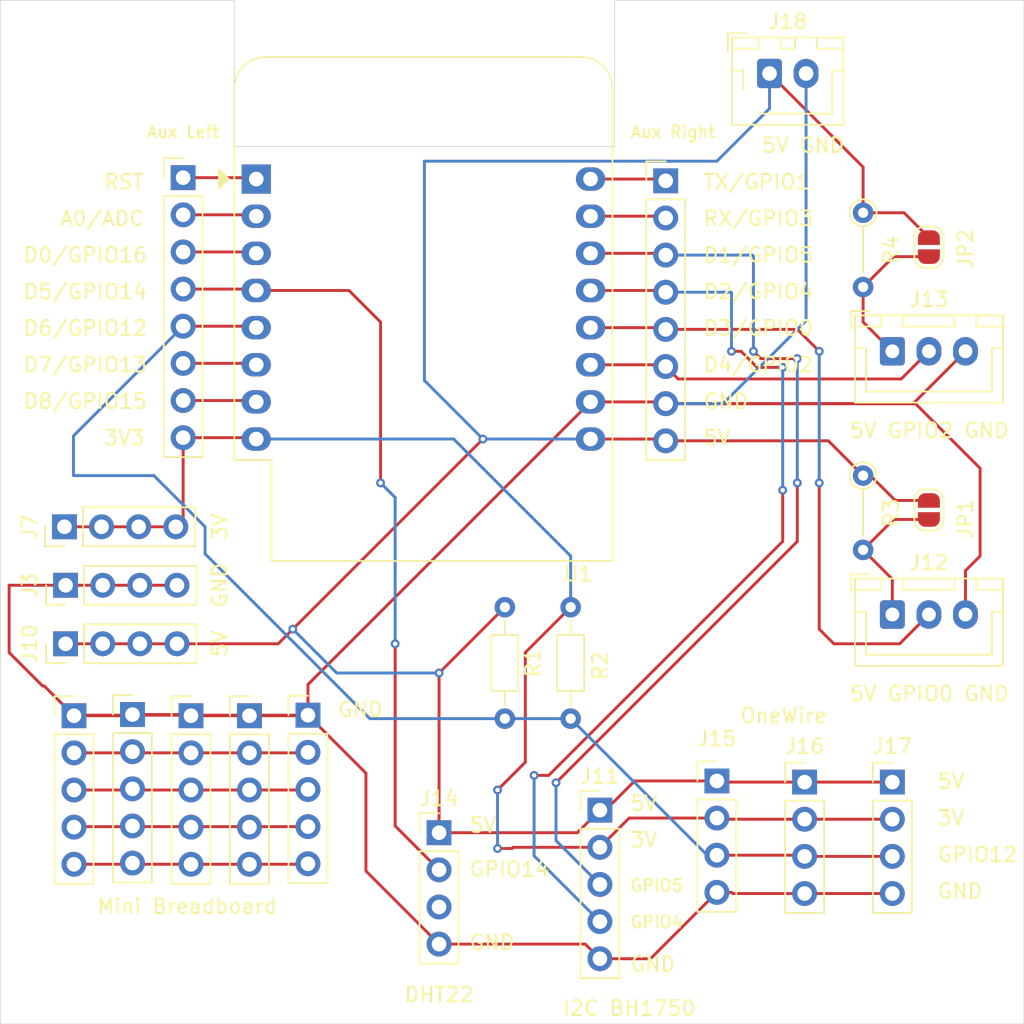
<source format=kicad_pcb>
(kicad_pcb (version 20240108) (generator "pcbnew") (generator_version "8.0")
  (layers (0 "F.Cu" signal) (31 "B.Cu" signal) (34 "B.Paste" user) (35 "F.Paste" user) (36 "B.SilkS" user "B.Silkscreen") (37 "F.SilkS" user "F.Silkscreen") (38 "B.Mask" user) (39 "F.Mask" user) (44 "Edge.Cuts" user))
  (net 0 "")
  (net 1 "GND")
  (net 2 "Net-(J8-Pin_1)")
  (net 3 "Net-(J8-Pin_2)")
  (net 4 "Net-(J8-Pin_7)")
  (net 5 "Net-(J8-Pin_6)")
  (net 6 "Net-(J8-Pin_3)")
  (net 7 "Net-(J9-Pin_2)")
  (net 8 "Net-(J9-Pin_1)")
  (net 9 "+5V")
  (net 10 "Net-(J12-Pin_1)")
  (net 11 "Net-(J13-Pin_1)")
  (net 13 "+3V3")
  (net 14 "Net-(J1-Pin_2)")
  (net 15 "Net-(J1-Pin_5)")
  (net 16 "Net-(J1-Pin_3)")
  (net 17 "Net-(J1-Pin_4)")
  (net 18 "Net-(J15-Pin_3)")
  (net 19 "Net-(J14-Pin_2)")
  (net 20 "Net-(J11-Pin_4)")
  (net 21 "Net-(J12-Pin_2)")
  (net 22 "Net-(J13-Pin_2)")
  (net 23 "Net-(J11-Pin_3)")
  (footprint "Connector_PinHeader_2.54mm:PinHeader_1x05_P2.54mm_Vertical" (layer "F.Cu") (at 53 67.38)
    (property "Reference" "J11" (at 0 -2.33 0) (layer "F.SilkS"))
    (property "Value" "I2C BH1750" (at 2 13.55 0) (layer "F.SilkS"))
    (pad "1" thru_hole rect (at 0 0) (size 1.7 1.7) (drill 1) (layers "*.Cu" "*.Mask") (net 9 "+5V"))
    (pad "2" thru_hole oval (at 0 2.54) (size 1.7 1.7) (drill 1) (layers "*.Cu" "*.Mask") (net 13 "+3V3"))
    (pad "3" thru_hole oval (at 0 5.08) (size 1.7 1.7) (drill 1) (layers "*.Cu" "*.Mask") (net 23 "Net-(J11-Pin_3)"))
    (pad "4" thru_hole oval (at 0 7.62) (size 1.7 1.7) (drill 1) (layers "*.Cu" "*.Mask") (net 20 "Net-(J11-Pin_4)"))
    (pad "5" thru_hole oval (at 0 10.16) (size 1.7 1.7) (drill 1) (layers "*.Cu" "*.Mask") (net 1 "GND"))
  )
  (footprint "Connector_JST:JST_XH_B2B-XH-AM_1x02_P2.50mm_Vertical" (layer "F.Cu") (at 64.6 17)
    (property "Reference" "J18" (at 1.25 -3.55 0) (layer "F.SilkS"))
    (property "Value" "5V Power" (hide yes))
    (pad "" np_thru_hole circle (at -1.6 2) (size 1.2 1.2) (drill 1.2) (layers "*.Cu" "*.Mask"))
    (pad "1" thru_hole roundrect (at 0 0) (size 1.7 2) (drill 1) (layers "*.Cu" "*.Mask") (roundrect_rratio 0.147059) (net 9 "+5V"))
    (pad "2" thru_hole oval (at 2.5 0) (size 1.7 2) (drill 1) (layers "*.Cu" "*.Mask") (net 1 "GND"))
  )
  (footprint "Jumper:SolderJumper-2_P1.3mm_Open_RoundedPad1.0x1.5mm" (layer "F.Cu") (at 75.5 28.875 -90)
    (property "Reference" "JP2" (at 0.125 -2.5 90) (layer "F.SilkS"))
    (property "Value" "Opt1")
    (pad "1" smd custom (at -0.65 0 270) (size 1 0.5) (layers "F.Cu" "F.Mask") (net 9 "+5V") (options (clearance outline) (anchor rect)) (primitives (gr_circle (center 0 0.25) (end 0.5 0.25) (width 0) (fill yes)) (gr_circle (center 0 -0.25) (end 0.5 -0.25) (width 0) (fill yes)) (gr_poly (pts (xy 0.5 0.75) (xy 0 0.75) (xy 0 -0.75) (xy 0.5 -0.75)) (width 0) (fill yes))))
    (pad "2" smd custom (at 0.65 0 270) (size 1 0.5) (layers "F.Cu" "F.Mask") (net 11 "Net-(J13-Pin_1)") (options (clearance outline) (anchor rect)) (primitives (gr_circle (center 0 0.25) (end 0.5 0.25) (width 0) (fill yes)) (gr_circle (center 0 -0.25) (end 0.5 -0.25) (width 0) (fill yes)) (gr_poly (pts (xy 0 0.75) (xy -0.5 0.75) (xy -0.5 -0.75) (xy 0 -0.75)) (width 0) (fill yes))))
  )
  (footprint "Connector_PinHeader_2.54mm:PinHeader_1x04_P2.54mm_Vertical" (layer "F.Cu") (at 42 68.92)
    (property "Reference" "J14" (at 0 -2.33 0) (layer "F.SilkS"))
    (property "Value" "DHT22" (at 0 11.08 0) (layer "F.SilkS"))
    (pad "1" thru_hole rect (at 0 0) (size 1.7 1.7) (drill 1) (layers "*.Cu" "*.Mask") (net 9 "+5V"))
    (pad "2" thru_hole oval (at 0 2.54) (size 1.7 1.7) (drill 1) (layers "*.Cu" "*.Mask") (net 19 "Net-(J14-Pin_2)"))
    (pad "3" thru_hole oval (at 0 5.08) (size 1.7 1.7) (drill 1) (layers "*.Cu" "*.Mask"))
    (pad "4" thru_hole oval (at 0 7.62) (size 1.7 1.7) (drill 1) (layers "*.Cu" "*.Mask") (net 1 "GND"))
  )
  (footprint "MountingHole:MountingHole_2.2mm_M2_DIN965" (layer "F.Cu") (at 17 17)
    (property "Reference" "REF**" (hide yes))
    (property "Value" "MountingHole_2.2mm_M2_DIN965" (hide yes))
    (pad "" np_thru_hole circle (at 0 0) (size 2.2 2.2) (drill 2.2) (layers "*.Cu" "*.Mask"))
  )
  (footprint "MountingHole:MountingHole_2.2mm_M2_DIN965" (layer "F.Cu") (at 77 77)
    (property "Reference" "REF**" (hide yes))
    (property "Value" "MountingHole_2.2mm_M2_DIN965" (hide yes))
    (pad "" np_thru_hole circle (at 0 0) (size 2.2 2.2) (drill 2.2) (layers "*.Cu" "*.Mask"))
  )
  (footprint "Connector_PinHeader_2.54mm:PinHeader_1x04_P2.54mm_Vertical" (layer "F.Cu") (at 16.46 52 90)
    (property "Reference" "J3" (at 0 -2.46 90) (layer "F.SilkS"))
    (property "Value" "GND" (at 0 10.54 90) (layer "F.SilkS"))
    (pad "1" thru_hole rect (at 0 0 90) (size 1.7 1.7) (drill 1) (layers "*.Cu" "*.Mask") (net 1 "GND"))
    (pad "2" thru_hole oval (at 0 2.54 90) (size 1.7 1.7) (drill 1) (layers "*.Cu" "*.Mask") (net 1 "GND"))
    (pad "3" thru_hole oval (at 0 5.08 90) (size 1.7 1.7) (drill 1) (layers "*.Cu" "*.Mask") (net 1 "GND"))
    (pad "4" thru_hole oval (at 0 7.62 90) (size 1.7 1.7) (drill 1) (layers "*.Cu" "*.Mask") (net 1 "GND"))
  )
  (footprint "Jumper:SolderJumper-2_P1.3mm_Open_RoundedPad1.0x1.5mm" (layer "F.Cu") (at 75.5 46.85 -90)
    (property "Reference" "JP1" (at 0.625 -2.5 90) (layer "F.SilkS"))
    (property "Value" "Opt1")
    (pad "1" smd custom (at -0.65 0 270) (size 1 0.5) (layers "F.Cu" "F.Mask") (net 9 "+5V") (options (clearance outline) (anchor rect)) (primitives (gr_circle (center 0 0.25) (end 0.5 0.25) (width 0) (fill yes)) (gr_circle (center 0 -0.25) (end 0.5 -0.25) (width 0) (fill yes)) (gr_poly (pts (xy 0.5 0.75) (xy 0 0.75) (xy 0 -0.75) (xy 0.5 -0.75)) (width 0) (fill yes))))
    (pad "2" smd custom (at 0.65 0 270) (size 1 0.5) (layers "F.Cu" "F.Mask") (net 10 "Net-(J12-Pin_1)") (options (clearance outline) (anchor rect)) (primitives (gr_circle (center 0 0.25) (end 0.5 0.25) (width 0) (fill yes)) (gr_circle (center 0 -0.25) (end 0.5 -0.25) (width 0) (fill yes)) (gr_poly (pts (xy 0 0.75) (xy -0.5 0.75) (xy -0.5 -0.75) (xy 0 -0.75)) (width 0) (fill yes))))
  )
  (footprint "Connector_PinHeader_2.54mm:PinHeader_1x04_P2.54mm_Vertical" (layer "F.Cu") (at 16.38 48 90)
    (property "Reference" "J7" (at 0 -2.38 90) (layer "F.SilkS"))
    (property "Value" "3V" (at 0 10.62 90) (layer "F.SilkS"))
    (pad "1" thru_hole rect (at 0 0 90) (size 1.7 1.7) (drill 1) (layers "*.Cu" "*.Mask") (net 13 "+3V3"))
    (pad "2" thru_hole oval (at 0 2.54 90) (size 1.7 1.7) (drill 1) (layers "*.Cu" "*.Mask") (net 13 "+3V3"))
    (pad "3" thru_hole oval (at 0 5.08 90) (size 1.7 1.7) (drill 1) (layers "*.Cu" "*.Mask") (net 13 "+3V3"))
    (pad "4" thru_hole oval (at 0 7.62 90) (size 1.7 1.7) (drill 1) (layers "*.Cu" "*.Mask") (net 13 "+3V3"))
  )
  (footprint "Module:WEMOS_D1_mini_light" (layer "F.Cu") (at 29.5 24.22)
    (property "Reference" "U1" (at 22 27 0) (layer "F.SilkS"))
    (property "Value" "WeMos_D1_mini")
    (pad "1" thru_hole rect (at 0 0) (size 2 2) (drill 1) (layers "*.Cu" "*.Mask") (net 2 "Net-(J8-Pin_1)"))
    (pad "2" thru_hole oval (at 0 2.54) (size 2 1.6) (drill 1) (layers "*.Cu" "*.Mask") (net 3 "Net-(J8-Pin_2)"))
    (pad "3" thru_hole oval (at 0 5.08) (size 2 1.6) (drill 1) (layers "*.Cu" "*.Mask") (net 6 "Net-(J8-Pin_3)"))
    (pad "4" thru_hole oval (at 0 7.62) (size 2 1.6) (drill 1) (layers "*.Cu" "*.Mask") (net 19 "Net-(J14-Pin_2)"))
    (pad "5" thru_hole oval (at 0 10.16) (size 2 1.6) (drill 1) (layers "*.Cu" "*.Mask") (net 18 "Net-(J15-Pin_3)"))
    (pad "6" thru_hole oval (at 0 12.7) (size 2 1.6) (drill 1) (layers "*.Cu" "*.Mask") (net 5 "Net-(J8-Pin_6)"))
    (pad "7" thru_hole oval (at 0 15.24) (size 2 1.6) (drill 1) (layers "*.Cu" "*.Mask") (net 4 "Net-(J8-Pin_7)"))
    (pad "8" thru_hole oval (at 0 17.78) (size 2 1.6) (drill 1) (layers "*.Cu" "*.Mask") (net 13 "+3V3"))
    (pad "9" thru_hole oval (at 22.86 17.78) (size 2 1.6) (drill 1) (layers "*.Cu" "*.Mask") (net 9 "+5V"))
    (pad "10" thru_hole oval (at 22.86 15.24) (size 2 1.6) (drill 1) (layers "*.Cu" "*.Mask") (net 1 "GND"))
    (pad "11" thru_hole oval (at 22.86 12.7) (size 2 1.6) (drill 1) (layers "*.Cu" "*.Mask") (net 22 "Net-(J13-Pin_2)"))
    (pad "12" thru_hole oval (at 22.86 10.16) (size 2 1.6) (drill 1) (layers "*.Cu" "*.Mask") (net 21 "Net-(J12-Pin_2)"))
    (pad "13" thru_hole oval (at 22.86 7.62) (size 2 1.6) (drill 1) (layers "*.Cu" "*.Mask") (net 20 "Net-(J11-Pin_4)"))
    (pad "14" thru_hole oval (at 22.86 5.08) (size 2 1.6) (drill 1) (layers "*.Cu" "*.Mask") (net 23 "Net-(J11-Pin_3)"))
    (pad "15" thru_hole oval (at 22.86 2.54) (size 2 1.6) (drill 1) (layers "*.Cu" "*.Mask") (net 7 "Net-(J9-Pin_2)"))
    (pad "16" thru_hole oval (at 22.86 0) (size 2 1.6) (drill 1) (layers "*.Cu" "*.Mask") (net 8 "Net-(J9-Pin_1)"))
  )
  (footprint "Resistor_THT:R_Axial_DIN0204_L3.6mm_D1.6mm_P5.08mm_Vertical" (layer "F.Cu") (at 71 26.525 -90)
    (property "Reference" "R4" (at 2.54 -1.92 90) (layer "F.SilkS"))
    (property "Value" "R")
    (pad "1" thru_hole circle (at 0 0 270) (size 1.4 1.4) (drill 0.7) (layers "*.Cu" "*.Mask") (net 9 "+5V"))
    (pad "2" thru_hole oval (at 5.08 0 270) (size 1.4 1.4) (drill 0.7) (layers "*.Cu" "*.Mask") (net 11 "Net-(J13-Pin_1)"))
  )
  (footprint "Resistor_THT:R_Axial_DIN0204_L3.6mm_D1.6mm_P5.08mm_Vertical" (layer "F.Cu") (at 71 44.5 -90)
    (property "Reference" "R3" (at 2.54 -1.92 90) (layer "F.SilkS"))
    (property "Value" "R")
    (pad "1" thru_hole circle (at 0 0 270) (size 1.4 1.4) (drill 0.7) (layers "*.Cu" "*.Mask") (net 9 "+5V"))
    (pad "2" thru_hole oval (at 5.08 0 270) (size 1.4 1.4) (drill 0.7) (layers "*.Cu" "*.Mask") (net 10 "Net-(J12-Pin_1)"))
  )
  (footprint "Connector_PinHeader_2.54mm:PinHeader_1x05_P2.54mm_Vertical" (layer "F.Cu") (at 33.035 60.885)
    (property "Reference" "J4" (hide yes))
    (property "Value" "Conn_01x05_Socket" (hide yes))
    (pad "1" thru_hole rect (at 0 0) (size 1.7 1.7) (drill 1) (layers "*.Cu" "*.Mask") (net 1 "GND"))
    (pad "2" thru_hole oval (at 0 2.54) (size 1.7 1.7) (drill 1) (layers "*.Cu" "*.Mask") (net 14 "Net-(J1-Pin_2)"))
    (pad "3" thru_hole oval (at 0 5.08) (size 1.7 1.7) (drill 1) (layers "*.Cu" "*.Mask") (net 16 "Net-(J1-Pin_3)"))
    (pad "4" thru_hole oval (at 0 7.62) (size 1.7 1.7) (drill 1) (layers "*.Cu" "*.Mask") (net 17 "Net-(J1-Pin_4)"))
    (pad "5" thru_hole oval (at 0 10.16) (size 1.7 1.7) (drill 1) (layers "*.Cu" "*.Mask") (net 15 "Net-(J1-Pin_5)"))
  )
  (footprint "Resistor_THT:R_Axial_DIN0204_L3.6mm_D1.6mm_P7.62mm_Horizontal" (layer "F.Cu") (at 46.5 53.5 -90)
    (property "Reference" "R1" (at 3.81 -1.92 90) (layer "F.SilkS"))
    (property "Value" "R")
    (pad "1" thru_hole circle (at 0 0 270) (size 1.4 1.4) (drill 0.7) (layers "*.Cu" "*.Mask") (net 9 "+5V"))
    (pad "2" thru_hole oval (at 7.62 0 270) (size 1.4 1.4) (drill 0.7) (layers "*.Cu" "*.Mask") (net 18 "Net-(J15-Pin_3)"))
  )
  (footprint "Connector_PinHeader_2.54mm:PinHeader_1x08_P2.54mm_Vertical" (layer "F.Cu") (at 24.5 24.125)
    (property "Reference" "J8" (hide yes))
    (property "Value" "Aux Left" (at 0 -3.125 0) (layer "F.SilkS") (effects (font (size 0.8 0.8))))
    (pad "1" thru_hole rect (at 0 0) (size 1.7 1.7) (drill 1) (layers "*.Cu" "*.Mask") (net 2 "Net-(J8-Pin_1)"))
    (pad "2" thru_hole oval (at 0 2.54) (size 1.7 1.7) (drill 1) (layers "*.Cu" "*.Mask") (net 3 "Net-(J8-Pin_2)"))
    (pad "3" thru_hole oval (at 0 5.08) (size 1.7 1.7) (drill 1) (layers "*.Cu" "*.Mask") (net 6 "Net-(J8-Pin_3)"))
    (pad "4" thru_hole oval (at 0 7.62) (size 1.7 1.7) (drill 1) (layers "*.Cu" "*.Mask") (net 19 "Net-(J14-Pin_2)"))
    (pad "5" thru_hole oval (at 0 10.16) (size 1.7 1.7) (drill 1) (layers "*.Cu" "*.Mask") (net 18 "Net-(J15-Pin_3)"))
    (pad "6" thru_hole oval (at 0 12.7) (size 1.7 1.7) (drill 1) (layers "*.Cu" "*.Mask") (net 5 "Net-(J8-Pin_6)"))
    (pad "7" thru_hole oval (at 0 15.24) (size 1.7 1.7) (drill 1) (layers "*.Cu" "*.Mask") (net 4 "Net-(J8-Pin_7)"))
    (pad "8" thru_hole oval (at 0 17.78) (size 1.7 1.7) (drill 1) (layers "*.Cu" "*.Mask") (net 13 "+3V3"))
  )
  (footprint "Connector_PinHeader_2.54mm:PinHeader_1x04_P2.54mm_Vertical" (layer "F.Cu") (at 67 65.46)
    (property "Reference" "J16" (at 0 -2.46 0) (layer "F.SilkS"))
    (property "Value" "OneWire2" (hide yes))
    (pad "1" thru_hole rect (at 0 0) (size 1.7 1.7) (drill 1) (layers "*.Cu" "*.Mask") (net 9 "+5V"))
    (pad "2" thru_hole oval (at 0 2.54) (size 1.7 1.7) (drill 1) (layers "*.Cu" "*.Mask") (net 13 "+3V3"))
    (pad "3" thru_hole oval (at 0 5.08) (size 1.7 1.7) (drill 1) (layers "*.Cu" "*.Mask") (net 18 "Net-(J15-Pin_3)"))
    (pad "4" thru_hole oval (at 0 7.62) (size 1.7 1.7) (drill 1) (layers "*.Cu" "*.Mask") (net 1 "GND"))
  )
  (footprint "Connector_PinHeader_2.54mm:PinHeader_1x08_P2.54mm_Vertical" (layer "F.Cu") (at 57.5 24.34)
    (property "Reference" "J9" (hide yes))
    (property "Value" "Aux Right" (at 0.5 -3.34 0) (layer "F.SilkS") (effects (font (size 0.8 0.8))))
    (pad "1" thru_hole rect (at 0 0) (size 1.7 1.7) (drill 1) (layers "*.Cu" "*.Mask") (net 8 "Net-(J9-Pin_1)"))
    (pad "2" thru_hole oval (at 0 2.54) (size 1.7 1.7) (drill 1) (layers "*.Cu" "*.Mask") (net 7 "Net-(J9-Pin_2)"))
    (pad "3" thru_hole oval (at 0 5.08) (size 1.7 1.7) (drill 1) (layers "*.Cu" "*.Mask") (net 23 "Net-(J11-Pin_3)"))
    (pad "4" thru_hole oval (at 0 7.62) (size 1.7 1.7) (drill 1) (layers "*.Cu" "*.Mask") (net 20 "Net-(J11-Pin_4)"))
    (pad "5" thru_hole oval (at 0 10.16) (size 1.7 1.7) (drill 1) (layers "*.Cu" "*.Mask") (net 21 "Net-(J12-Pin_2)"))
    (pad "6" thru_hole oval (at 0 12.7) (size 1.7 1.7) (drill 1) (layers "*.Cu" "*.Mask") (net 22 "Net-(J13-Pin_2)"))
    (pad "7" thru_hole oval (at 0 15.24) (size 1.7 1.7) (drill 1) (layers "*.Cu" "*.Mask") (net 1 "GND"))
    (pad "8" thru_hole oval (at 0 17.78) (size 1.7 1.7) (drill 1) (layers "*.Cu" "*.Mask") (net 9 "+5V"))
  )
  (footprint "Connector_PinHeader_2.54mm:PinHeader_1x04_P2.54mm_Vertical" (layer "F.Cu") (at 61 65.38)
    (property "Reference" "J15" (at 0 -2.88 0) (layer "F.SilkS"))
    (property "Value" "OneWire" (hide yes))
    (pad "1" thru_hole rect (at 0 0) (size 1.7 1.7) (drill 1) (layers "*.Cu" "*.Mask") (net 9 "+5V"))
    (pad "2" thru_hole oval (at 0 2.54) (size 1.7 1.7) (drill 1) (layers "*.Cu" "*.Mask") (net 13 "+3V3"))
    (pad "3" thru_hole oval (at 0 5.08) (size 1.7 1.7) (drill 1) (layers "*.Cu" "*.Mask") (net 18 "Net-(J15-Pin_3)"))
    (pad "4" thru_hole oval (at 0 7.62) (size 1.7 1.7) (drill 1) (layers "*.Cu" "*.Mask") (net 1 "GND"))
  )
  (footprint "Connector_PinHeader_2.54mm:PinHeader_1x04_P2.54mm_Vertical" (layer "F.Cu") (at 16.46 56 90)
    (property "Reference" "J10" (at 0 -2.46 90) (layer "F.SilkS"))
    (property "Value" "5V" (at 0 10.54 90) (layer "F.SilkS"))
    (pad "1" thru_hole rect (at 0 0 90) (size 1.7 1.7) (drill 1) (layers "*.Cu" "*.Mask") (net 9 "+5V"))
    (pad "2" thru_hole oval (at 0 2.54 90) (size 1.7 1.7) (drill 1) (layers "*.Cu" "*.Mask") (net 9 "+5V"))
    (pad "3" thru_hole oval (at 0 5.08 90) (size 1.7 1.7) (drill 1) (layers "*.Cu" "*.Mask") (net 9 "+5V"))
    (pad "4" thru_hole oval (at 0 7.62 90) (size 1.7 1.7) (drill 1) (layers "*.Cu" "*.Mask") (net 9 "+5V"))
  )
  (footprint "Resistor_THT:R_Axial_DIN0204_L3.6mm_D1.6mm_P7.62mm_Horizontal" (layer "F.Cu") (at 51 61.12 90)
    (property "Reference" "R2" (at 3.62 2 90) (layer "F.SilkS"))
    (property "Value" "R")
    (pad "1" thru_hole circle (at 0 0 90) (size 1.4 1.4) (drill 0.7) (layers "*.Cu" "*.Mask") (net 18 "Net-(J15-Pin_3)"))
    (pad "2" thru_hole oval (at 7.62 0 90) (size 1.4 1.4) (drill 0.7) (layers "*.Cu" "*.Mask") (net 13 "+3V3"))
  )
  (footprint "MountingHole:MountingHole_2.2mm_M2_DIN965" (layer "F.Cu") (at 77 17)
    (property "Reference" "REF**" (hide yes))
    (property "Value" "MountingHole_2.2mm_M2_DIN965" (hide yes))
    (pad "" np_thru_hole circle (at 0 0) (size 2.2 2.2) (drill 2.2) (layers "*.Cu" "*.Mask"))
  )
  (footprint "Connector_PinHeader_2.54mm:PinHeader_1x04_P2.54mm_Vertical" (layer "F.Cu") (at 73 65.46)
    (property "Reference" "J17" (at 0 -2.46 0) (layer "F.SilkS"))
    (property "Value" "OneWire3" (hide yes))
    (pad "1" thru_hole rect (at 0 0) (size 1.7 1.7) (drill 1) (layers "*.Cu" "*.Mask") (net 9 "+5V"))
    (pad "2" thru_hole oval (at 0 2.54) (size 1.7 1.7) (drill 1) (layers "*.Cu" "*.Mask") (net 13 "+3V3"))
    (pad "3" thru_hole oval (at 0 5.08) (size 1.7 1.7) (drill 1) (layers "*.Cu" "*.Mask") (net 18 "Net-(J15-Pin_3)"))
    (pad "4" thru_hole oval (at 0 7.62) (size 1.7 1.7) (drill 1) (layers "*.Cu" "*.Mask") (net 1 "GND"))
  )
  (footprint "Connector_PinHeader_2.54mm:PinHeader_1x05_P2.54mm_Vertical" (layer "F.Cu") (at 17.035 60.92)
    (property "Reference" "J1" (hide yes))
    (property "Value" "Conn_01x05_Socket" (hide yes))
    (pad "1" thru_hole rect (at 0 0) (size 1.7 1.7) (drill 1) (layers "*.Cu" "*.Mask") (net 1 "GND"))
    (pad "2" thru_hole oval (at 0 2.54) (size 1.7 1.7) (drill 1) (layers "*.Cu" "*.Mask") (net 14 "Net-(J1-Pin_2)"))
    (pad "3" thru_hole oval (at 0 5.08) (size 1.7 1.7) (drill 1) (layers "*.Cu" "*.Mask") (net 16 "Net-(J1-Pin_3)"))
    (pad "4" thru_hole oval (at 0 7.62) (size 1.7 1.7) (drill 1) (layers "*.Cu" "*.Mask") (net 17 "Net-(J1-Pin_4)"))
    (pad "5" thru_hole oval (at 0 10.16) (size 1.7 1.7) (drill 1) (layers "*.Cu" "*.Mask") (net 15 "Net-(J1-Pin_5)"))
  )
  (footprint "Connector_PinHeader_2.54mm:PinHeader_1x05_P2.54mm_Vertical" (layer "F.Cu") (at 21.035 60.84)
    (property "Reference" "J5" (hide yes))
    (property "Value" "Conn_01x05_Socket" (hide yes))
    (pad "1" thru_hole rect (at 0 0) (size 1.7 1.7) (drill 1) (layers "*.Cu" "*.Mask") (net 1 "GND"))
    (pad "2" thru_hole oval (at 0 2.54) (size 1.7 1.7) (drill 1) (layers "*.Cu" "*.Mask") (net 14 "Net-(J1-Pin_2)"))
    (pad "3" thru_hole oval (at 0 5.08) (size 1.7 1.7) (drill 1) (layers "*.Cu" "*.Mask") (net 16 "Net-(J1-Pin_3)"))
    (pad "4" thru_hole oval (at 0 7.62) (size 1.7 1.7) (drill 1) (layers "*.Cu" "*.Mask") (net 17 "Net-(J1-Pin_4)"))
    (pad "5" thru_hole oval (at 0 10.16) (size 1.7 1.7) (drill 1) (layers "*.Cu" "*.Mask") (net 15 "Net-(J1-Pin_5)"))
  )
  (footprint "Connector_PinHeader_2.54mm:PinHeader_1x05_P2.54mm_Vertical" (layer "F.Cu") (at 25.035 60.92)
    (property "Reference" "J6" (hide yes))
    (property "Value" "Conn_01x05_Socket" (hide yes))
    (pad "1" thru_hole rect (at 0 0) (size 1.7 1.7) (drill 1) (layers "*.Cu" "*.Mask") (net 1 "GND"))
    (pad "2" thru_hole oval (at 0 2.54) (size 1.7 1.7) (drill 1) (layers "*.Cu" "*.Mask") (net 14 "Net-(J1-Pin_2)"))
    (pad "3" thru_hole oval (at 0 5.08) (size 1.7 1.7) (drill 1) (layers "*.Cu" "*.Mask") (net 16 "Net-(J1-Pin_3)"))
    (pad "4" thru_hole oval (at 0 7.62) (size 1.7 1.7) (drill 1) (layers "*.Cu" "*.Mask") (net 17 "Net-(J1-Pin_4)"))
    (pad "5" thru_hole oval (at 0 10.16) (size 1.7 1.7) (drill 1) (layers "*.Cu" "*.Mask") (net 15 "Net-(J1-Pin_5)"))
  )
  (footprint "MountingHole:MountingHole_2.2mm_M2_DIN965" (layer "F.Cu") (at 17 77)
    (property "Reference" "REF**" (hide yes))
    (property "Value" "MountingHole_2.2mm_M2_DIN965" (hide yes))
    (pad "" np_thru_hole circle (at 0 0) (size 2.2 2.2) (drill 2.2) (layers "*.Cu" "*.Mask"))
  )
  (footprint "Connector_JST:JST_XH_B3B-XH-A_1x03_P2.50mm_Vertical" (layer "F.Cu") (at 73 36)
    (property "Reference" "J13" (at 2.5 -3.55 0) (layer "F.SilkS"))
    (property "Value" "Generic 5V" (hide yes))
    (pad "1" thru_hole roundrect (at 0 0) (size 1.7 1.95) (drill 0.95) (layers "*.Cu" "*.Mask") (roundrect_rratio 0.147059) (net 11 "Net-(J13-Pin_1)"))
    (pad "2" thru_hole oval (at 2.5 0) (size 1.7 1.95) (drill 0.95) (layers "*.Cu" "*.Mask") (net 22 "Net-(J13-Pin_2)"))
    (pad "3" thru_hole oval (at 5 0) (size 1.7 1.95) (drill 0.95) (layers "*.Cu" "*.Mask") (net 1 "GND"))
  )
  (footprint "Connector_JST:JST_XH_B3B-XH-A_1x03_P2.50mm_Vertical" (layer "F.Cu") (at 73 54)
    (property "Reference" "J12" (at 2.5 -3.55 0) (layer "F.SilkS"))
    (property "Value" "Generic 5V" (hide yes))
    (pad "1" thru_hole roundrect (at 0 0) (size 1.7 1.95) (drill 0.95) (layers "*.Cu" "*.Mask") (roundrect_rratio 0.147059) (net 10 "Net-(J12-Pin_1)"))
    (pad "2" thru_hole oval (at 2.5 0) (size 1.7 1.95) (drill 0.95) (layers "*.Cu" "*.Mask") (net 21 "Net-(J12-Pin_2)"))
    (pad "3" thru_hole oval (at 5 0) (size 1.7 1.95) (drill 0.95) (layers "*.Cu" "*.Mask") (net 1 "GND"))
  )
  (footprint "Connector_PinHeader_2.54mm:PinHeader_1x05_P2.54mm_Vertical" (layer "F.Cu") (at 29.035 60.92)
    (property "Reference" "J2" (hide yes))
    (property "Value" "Conn_01x05_Socket" (hide yes))
    (pad "1" thru_hole rect (at 0 0) (size 1.7 1.7) (drill 1) (layers "*.Cu" "*.Mask") (net 1 "GND"))
    (pad "2" thru_hole oval (at 0 2.54) (size 1.7 1.7) (drill 1) (layers "*.Cu" "*.Mask") (net 14 "Net-(J1-Pin_2)"))
    (pad "3" thru_hole oval (at 0 5.08) (size 1.7 1.7) (drill 1) (layers "*.Cu" "*.Mask") (net 16 "Net-(J1-Pin_3)"))
    (pad "4" thru_hole oval (at 0 7.62) (size 1.7 1.7) (drill 1) (layers "*.Cu" "*.Mask") (net 17 "Net-(J1-Pin_4)"))
    (pad "5" thru_hole oval (at 0 10.16) (size 1.7 1.7) (drill 1) (layers "*.Cu" "*.Mask") (net 15 "Net-(J1-Pin_5)"))
  )
  (gr_poly (pts (xy 12 12) (xy 28 12) (xy 28 22) (xy 54 22) (xy 54 12) (xy 82 12) (xy 82 82) (xy 12 82)) (stroke (width 0.05)) (fill none) (layer "Edge.Cuts"))
  (gr_text "D7/GPIO13" (at 13.5 37.5 0) (layer "F.SilkS") (effects (font (size 1 1)) (justify left bottom)))
  (gr_text "Mini Breadboard" (at 18.535 74.54 0) (layer "F.SilkS") (effects (font (size 1 1)) (justify left bottom)))
  (gr_text "GND" (at 55 78.5 0) (layer "F.SilkS") (effects (font (size 1 1)) (justify left bottom)))
  (gr_text "D1/GPIO5" (at 60 30 0) (layer "F.SilkS") (effects (font (size 1 1)) (justify left bottom)))
  (gr_text "GPIO14" (at 44 72 0) (layer "F.SilkS") (effects (font (size 1 1)) (justify left bottom)))
  (gr_text "D4/GPIO2" (at 60 37.5 0) (layer "F.SilkS") (effects (font (size 1 1)) (justify left bottom)))
  (gr_text "GND" (at 60 40 0) (layer "F.SilkS") (effects (font (size 1 1)) (justify left bottom)))
  (gr_text "D5/GPIO14" (at 13.5 32.5 0) (layer "F.SilkS") (effects (font (size 1 1)) (justify left bottom)))
  (gr_text "GND" (at 35 61.08 0) (layer "F.SilkS") (effects (font (size 1 1)) (justify left bottom)))
  (gr_text "D0/GPIO16" (at 13.5 30 0) (layer "F.SilkS") (effects (font (size 1 1)) (justify left bottom)))
  (gr_text "GPIO5" (at 55 73 0) (layer "F.SilkS") (effects (font (size 0.8 0.8)) (justify left bottom)))
  (gr_text "3V" (at 55 70 0) (layer "F.SilkS") (effects (font (size 1 1)) (justify left bottom)))
  (gr_text "GPIO12" (at 76 71 0) (layer "F.SilkS") (effects (font (size 1 1)) (justify left bottom)))
  (gr_text "GND" (at 76 73.5 0) (layer "F.SilkS") (effects (font (size 1 1)) (justify left bottom)))
  (gr_text "3V" (at 76 68.5 0) (layer "F.SilkS") (effects (font (size 1 1)) (justify left bottom)))
  (gr_text "3V3" (at 19 42.5 0) (layer "F.SilkS") (effects (font (size 1 1)) (justify left bottom)))
  (gr_text "5V GPIO2 GND" (at 70 42 0) (layer "F.SilkS") (effects (font (size 1 1)) (justify left bottom)))
  (gr_text "5V" (at 44 69 0) (layer "F.SilkS") (effects (font (size 1 1)) (justify left bottom)))
  (gr_text "RST" (at 19 25 0) (layer "F.SilkS") (effects (font (size 1 1)) (justify left bottom)))
  (gr_text "D2/GPIO4" (at 60 32.5 0) (layer "F.SilkS") (effects (font (size 1 1)) (justify left bottom)))
  (gr_text "D3/GPIO0" (at 60 35 0) (layer "F.SilkS") (effects (font (size 1 1)) (justify left bottom)))
  (gr_text "GND" (at 44 77 0) (layer "F.SilkS") (effects (font (size 1 1)) (justify left bottom)))
  (gr_text "GPIO4" (at 55 75.5 0) (layer "F.SilkS") (effects (font (size 0.8 0.8)) (justify left bottom)))
  (gr_text "A0/ADC" (at 16 27.5 0) (layer "F.SilkS") (effects (font (size 1 1)) (justify left bottom)))
  (gr_text "5V" (at 76 66 0) (layer "F.SilkS") (effects (font (size 1 1)) (justify left bottom)))
  (gr_text "5V GPIO0 GND" (at 70 60 0) (layer "F.SilkS") (effects (font (size 1 1)) (justify left bottom)))
  (gr_text "TX/GPIO1" (at 60 25 0) (layer "F.SilkS") (effects (font (size 1 1)) (justify left bottom)))
  (gr_text "5V" (at 55 67.5 0) (layer "F.SilkS") (effects (font (size 1 1)) (justify left bottom)))
  (gr_text "OneWire" (at 62.5 61.5 0) (layer "F.SilkS") (effects (font (size 1 1)) (justify left bottom)))
  (gr_text "D6/GPIO12" (at 13.5 35 0) (layer "F.SilkS") (effects (font (size 1 1)) (justify left bottom)))
  (gr_text "RX/GPIO3" (at 60 27.5 0) (layer "F.SilkS") (effects (font (size 1 1)) (justify left bottom)))
  (gr_text "D8/GPIO15" (at 13.5 40 0) (layer "F.SilkS") (effects (font (size 1 1)) (justify left bottom)))
  (gr_text "5V" (at 60 42.5 0) (layer "F.SilkS") (effects (font (size 1 1)) (justify left bottom)))
  (gr_text "5V GND" (at 64 22.5 0) (layer "F.SilkS") (effects (font (size 1 1)) (justify left bottom)))
  (segment (start 37 64.85) (end 33.035 60.885) (width 0.2) (layer "F.Cu") (net 1))
  (segment (start 17.035 60.92) (end 15 58.885) (width 0.2) (layer "F.Cu") (net 1))
  (segment (start 57.38 39.46) (end 57.5 39.58) (width 0.2) (layer "F.Cu") (net 1))
  (segment (start 57.5 39.58) (end 74.42 39.58) (width 0.2) (layer "F.Cu") (net 1))
  (segment (start 57.5 39.58) (end 74.58 39.58) (width 0.2) (layer "F.Cu") (net 1))
  (segment (start 14.885 58.885) (end 12.6 56.6) (width 0.2) (layer "F.Cu") (net 1))
  (segment (start 67 73.08) (end 73 73.08) (width 0.2) (layer "F.Cu") (net 1))
  (segment (start 12.6 52) (end 16.46 52) (width 0.2) (layer "F.Cu") (net 1))
  (segment (start 17.035 60.92) (end 20.955 60.92) (width 0.2) (layer "F.Cu") (net 1))
  (segment (start 74.42 39.58) (end 78 36) (width 0.2) (layer "F.Cu") (net 1))
  (segment (start 21.035 60.84) (end 24.955 60.84) (width 0.2) (layer "F.Cu") (net 1))
  (segment (start 17.07 60.885) (end 17.035 60.92) (width 0.2) (layer "F.Cu") (net 1))
  (segment (start 53 77.54) (end 56.46 77.54) (width 0.2) (layer "F.Cu") (net 1))
  (segment (start 62.08 73.08) (end 67 73.08) (width 0.2) (layer "F.Cu") (net 1))
  (segment (start 42 76.54) (end 52 76.54) (width 0.2) (layer "F.Cu") (net 1))
  (segment (start 78 51) (end 78 54) (width 0.2) (layer "F.Cu") (net 1))
  (segment (start 56.46 77.54) (end 61 73) (width 0.2) (layer "F.Cu") (net 1))
  (segment (start 16.46 52) (end 24.08 52) (width 0.2) (layer "F.Cu") (net 1))
  (segment (start 15 58.885) (end 14.885 58.885) (width 0.2) (layer "F.Cu") (net 1))
  (segment (start 25.035 60.92) (end 29.035 60.92) (width 0.2) (layer "F.Cu") (net 1))
  (segment (start 52.36 39.46) (end 57.38 39.46) (width 0.2) (layer "F.Cu") (net 1))
  (segment (start 12.6 56.6) (end 12.6 52) (width 0.2) (layer "F.Cu") (net 1))
  (segment (start 62 73) (end 62.08 73.08) (width 0.2) (layer "F.Cu") (net 1))
  (segment (start 33.035 58.785) (end 33.035 60.885) (width 0.2) (layer "F.Cu") (net 1))
  (segment (start 61 73) (end 62 73) (width 0.2) (layer "F.Cu") (net 1))
  (segment (start 79 44) (end 79 50) (width 0.2) (layer "F.Cu") (net 1))
  (segment (start 33 60.92) (end 33.035 60.885) (width 0.2) (layer "F.Cu") (net 1))
  (segment (start 33.035 60.885) (end 17.07 60.885) (width 0.2) (layer "F.Cu") (net 1))
  (segment (start 79 50) (end 78 51) (width 0.2) (layer "F.Cu") (net 1))
  (segment (start 74.58 39.58) (end 79 44) (width 0.2) (layer "F.Cu") (net 1))
  (segment (start 42 76.54) (end 37 71.54) (width 0.2) (layer "F.Cu") (net 1))
  (segment (start 29.035 60.92) (end 33 60.92) (width 0.2) (layer "F.Cu") (net 1))
  (segment (start 37 71.54) (end 37 64.85) (width 0.2) (layer "F.Cu") (net 1))
  (segment (start 24.955 60.84) (end 25.035 60.92) (width 0.2) (layer "F.Cu") (net 1))
  (segment (start 20.955 60.92) (end 21.035 60.84) (width 0.2) (layer "F.Cu") (net 1))
  (segment (start 52 76.54) (end 53 77.54) (width 0.2) (layer "F.Cu") (net 1))
  (segment (start 52.36 39.46) (end 33.035 58.785) (width 0.2) (layer "F.Cu") (net 1))
  (segment (start 67.1 33.9) (end 61.42 39.58) (width 0.2) (layer "B.Cu") (net 1))
  (segment (start 61.42 39.58) (end 57.5 39.58) (width 0.2) (layer "B.Cu") (net 1))
  (segment (start 67.1 17) (end 67.1 33.9) (width 0.2) (layer "B.Cu") (net 1))
  (segment (start 24.5 24.125) (end 29.405 24.125) (width 0.2) (layer "F.Cu") (net 2))
  (segment (start 29.405 24.125) (end 29.5 24.22) (width 0.2) (layer "F.Cu") (net 2))
  (segment (start 24.5 26.665) (end 29.405 26.665) (width 0.2) (layer "F.Cu") (net 3))
  (segment (start 29.405 26.665) (end 29.5 26.76) (width 0.2) (layer "F.Cu") (net 3))
  (segment (start 29.405 39.365) (end 29.5 39.46) (width 0.2) (layer "F.Cu") (net 4))
  (segment (start 24.5 39.365) (end 29.405 39.365) (width 0.2) (layer "F.Cu") (net 4))
  (segment (start 24.5 36.825) (end 29.405 36.825) (width 0.2) (layer "F.Cu") (net 5))
  (segment (start 29.405 36.825) (end 29.5 36.92) (width 0.2) (layer "F.Cu") (net 5))
  (segment (start 29.405 29.205) (end 29.5 29.3) (width 0.2) (layer "F.Cu") (net 6))
  (segment (start 24.5 29.205) (end 29.405 29.205) (width 0.2) (layer "F.Cu") (net 6))
  (segment (start 57.38 26.76) (end 57.5 26.88) (width 0.2) (layer "F.Cu") (net 7))
  (segment (start 52.36 26.76) (end 57.38 26.76) (width 0.2) (layer "F.Cu") (net 7))
  (segment (start 52.36 24.22) (end 57.38 24.22) (width 0.2) (layer "F.Cu") (net 8))
  (segment (start 57.38 24.22) (end 57.5 24.34) (width 0.2) (layer "F.Cu") (net 8))
  (segment (start 53.38 67.38) (end 55.38 65.38) (width 0.2) (layer "F.Cu") (net 9))
  (segment (start 45 42) (end 31 56) (width 0.2) (layer "F.Cu") (net 9))
  (segment (start 57.38 42) (end 57.5 42.12) (width 0.2) (layer "F.Cu") (net 9))
  (segment (start 31 56) (end 24.08 56) (width 0.2) (layer "F.Cu") (net 9))
  (segment (start 61.12 65.38) (end 61.2 65.46) (width 0.2) (layer "F.Cu") (net 9))
  (segment (start 71 26.525) (end 73.8 26.525) (width 0.2) (layer "F.Cu") (net 9))
  (segment (start 55.38 65.38) (end 61 65.38) (width 0.2) (layer "F.Cu") (net 9))
  (segment (start 71 23.4) (end 64.6 17) (width 0.2) (layer "F.Cu") (net 9))
  (segment (start 24.08 56) (end 16.46 56) (width 0.2) (layer "F.Cu") (net 9))
  (segment (start 57.5 42.12) (end 68.62 42.12) (width 0.2) (layer "F.Cu") (net 9))
  (segment (start 42 68.92) (end 42 58) (width 0.2) (layer "F.Cu") (net 9))
  (segment (start 51.46 68.92) (end 53 67.38) (width 0.2) (layer "F.Cu") (net 9))
  (segment (start 61.2 65.46) (end 67 65.46) (width 0.2) (layer "F.Cu") (net 9))
  (segment (start 53 67.38) (end 53.38 67.38) (width 0.2) (layer "F.Cu") (net 9))
  (segment (start 42 58) (end 46.5 53.5) (width 0.2) (layer "F.Cu") (net 9))
  (segment (start 71.5 44.5) (end 73.2 46.2) (width 0.2) (layer "F.Cu") (net 9))
  (segment (start 61 65.38) (end 61.12 65.38) (width 0.2) (layer "F.Cu") (net 9))
  (segment (start 73.8 26.525) (end 75.5 28.225) (width 0.2) (layer "F.Cu") (net 9))
  (segment (start 73.2 46.2) (end 75.5 46.2) (width 0.2) (layer "F.Cu") (net 9))
  (segment (start 71 26.525) (end 71 23.4) (width 0.2) (layer "F.Cu") (net 9))
  (segment (start 71 44.5) (end 71.5 44.5) (width 0.2) (layer "F.Cu") (net 9))
  (segment (start 68.62 42.12) (end 71 44.5) (width 0.2) (layer "F.Cu") (net 9))
  (segment (start 52.36 42) (end 57.38 42) (width 0.2) (layer "F.Cu") (net 9))
  (segment (start 67 65.46) (end 73 65.46) (width 0.2) (layer "F.Cu") (net 9))
  (segment (start 42 68.92) (end 51.46 68.92) (width 0.2) (layer "F.Cu") (net 9))
  (via (at 45 42) (size 0.6) (drill 0.3) (layers "F.Cu" "B.Cu") (net 9))
  (via (at 32 55) (size 0.6) (drill 0.3) (layers "F.Cu" "B.Cu") (net 9))
  (via (at 42 58) (size 0.6) (drill 0.3) (layers "F.Cu" "B.Cu") (net 9))
  (segment (start 64.6 17) (end 64.6 19.4) (width 0.2) (layer "B.Cu") (net 9))
  (segment (start 61 23) (end 41 23) (width 0.2) (layer "B.Cu") (net 9))
  (segment (start 41 23) (end 41 38) (width 0.2) (layer "B.Cu") (net 9))
  (segment (start 64.6 19.4) (end 61 23) (width 0.2) (layer "B.Cu") (net 9))
  (segment (start 52.36 42) (end 45 42) (width 0.2) (layer "B.Cu") (net 9))
  (segment (start 41 38) (end 45 42) (width 0.2) (layer "B.Cu") (net 9))
  (segment (start 42 58) (end 35 58) (width 0.2) (layer "B.Cu") (net 9))
  (segment (start 35 58) (end 32 55) (width 0.2) (layer "B.Cu") (net 9))
  (segment (start 71 49.58) (end 73 51.58) (width 0.2) (layer "F.Cu") (net 10))
  (segment (start 73 51.58) (end 73 54) (width 0.2) (layer "F.Cu") (net 10))
  (segment (start 75.5 47.5) (end 73.08 47.5) (width 0.2) (layer "F.Cu") (net 10))
  (segment (start 73.08 47.5) (end 71 49.58) (width 0.2) (layer "F.Cu") (net 10))
  (segment (start 75.5 29.525) (end 73.08 29.525) (width 0.2) (layer "F.Cu") (net 11))
  (segment (start 71 34) (end 73 36) (width 0.2) (layer "F.Cu") (net 11))
  (segment (start 71 31.605) (end 71 34) (width 0.2) (layer "F.Cu") (net 11))
  (segment (start 73.08 29.525) (end 71 31.605) (width 0.2) (layer "F.Cu") (net 11))
  (segment (start 46 70) (end 47 70) (width 0.2) (layer "F.Cu") (net 13))
  (segment (start 61 67.92) (end 61.42 67.92) (width 0.2) (layer "F.Cu") (net 13))
  (segment (start 47.9 64.1) (end 46 66) (width 0.2) (layer "F.Cu") (net 13))
  (segment (start 24.5 41.905) (end 24.5 47.5) (width 0.2) (layer "F.Cu") (net 13))
  (segment (start 51 53.5) (end 47.9 56.6) (width 0.2) (layer "F.Cu") (net 13))
  (segment (start 55 67.92) (end 53 69.92) (width 0.2) (layer "F.Cu") (net 13))
  (segment (start 29.405 41.905) (end 29.5 42) (width 0.2) (layer "F.Cu") (net 13))
  (segment (start 24.5 47.5) (end 24 48) (width 0.2) (layer "F.Cu") (net 13))
  (segment (start 47 70) (end 47.08 69.92) (width 0.2) (layer "F.Cu") (net 13))
  (segment (start 24.5 41.905) (end 29.405 41.905) (width 0.2) (layer "F.Cu") (net 13))
  (segment (start 47.9 56.6) (end 47.9 64.1) (width 0.2) (layer "F.Cu") (net 13))
  (segment (start 24 48) (end 16.38 48) (width 0.2) (layer "F.Cu") (net 13))
  (segment (start 47.08 69.92) (end 53 69.92) (width 0.2) (layer "F.Cu") (net 13))
  (segment (start 61.42 67.92) (end 61.5 68) (width 0.2) (layer "F.Cu") (net 13))
  (segment (start 67 68) (end 73 68) (width 0.2) (layer "F.Cu") (net 13))
  (segment (start 61 67.92) (end 55 67.92) (width 0.2) (layer "F.Cu") (net 13))
  (segment (start 61.5 68) (end 67 68) (width 0.2) (layer "F.Cu") (net 13))
  (via (at 46 70) (size 0.6) (drill 0.3) (layers "F.Cu" "B.Cu") (net 13))
  (via (at 46 66) (size 0.6) (drill 0.3) (layers "F.Cu" "B.Cu") (net 13))
  (segment (start 51 50) (end 51 53.5) (width 0.2) (layer "B.Cu") (net 13))
  (segment (start 43 42) (end 51 50) (width 0.2) (layer "B.Cu") (net 13))
  (segment (start 29.5 42) (end 43 42) (width 0.2) (layer "B.Cu") (net 13))
  (segment (start 46 66) (end 46 70) (width 0.2) (layer "B.Cu") (net 13))
  (segment (start 33 63.46) (end 33.035 63.425) (width 0.2) (layer "F.Cu") (net 14))
  (segment (start 17.035 63.46) (end 33 63.46) (width 0.2) (layer "F.Cu") (net 14))
  (segment (start 17.035 71.08) (end 33 71.08) (width 0.2) (layer "F.Cu") (net 15))
  (segment (start 33 71.08) (end 33.035 71.045) (width 0.2) (layer "F.Cu") (net 15))
  (segment (start 17.035 66) (end 33 66) (width 0.2) (layer "F.Cu") (net 16))
  (segment (start 33 66) (end 33.035 65.965) (width 0.2) (layer "F.Cu") (net 16))
  (segment (start 17.035 68.54) (end 17.535 68.54) (width 0.2) (layer "F.Cu") (net 17))
  (segment (start 17.57 68.505) (end 33.035 68.505) (width 0.2) (layer "F.Cu") (net 17))
  (segment (start 17.535 68.54) (end 17.57 68.505) (width 0.2) (layer "F.Cu") (net 17))
  (segment (start 73 70.54) (end 67 70.54) (width 0.2) (layer "F.Cu") (net 18))
  (segment (start 29.405 34.285) (end 29.5 34.38) (width 0.2) (layer "F.Cu") (net 18))
  (segment (start 67 70.54) (end 66.54 70.54) (width 0.2) (layer "F.Cu") (net 18))
  (segment (start 66.46 70.46) (end 61 70.46) (width 0.2) (layer "F.Cu") (net 18))
  (segment (start 66.54 70.54) (end 66.46 70.46) (width 0.2) (layer "F.Cu") (net 18))
  (segment (start 24.5 34.285) (end 29.405 34.285) (width 0.2) (layer "F.Cu") (net 18))
  (segment (start 51 61.12) (end 60.34 70.46) (width 0.2) (layer "B.Cu") (net 18))
  (segment (start 22.5 44.5) (end 17 44.5) (width 0.2) (layer "B.Cu") (net 18))
  (segment (start 17 44.5) (end 17 41.785) (width 0.2) (layer "B.Cu") (net 18))
  (segment (start 60.34 70.46) (end 61 70.46) (width 0.2) (layer "B.Cu") (net 18))
  (segment (start 37.271471 61.12) (end 26 49.848529) (width 0.2) (layer "B.Cu") (net 18))
  (segment (start 17 41.785) (end 24.5 34.285) (width 0.2) (layer "B.Cu") (net 18))
  (segment (start 26 48) (end 22.5 44.5) (width 0.2) (layer "B.Cu") (net 18))
  (segment (start 51 61.12) (end 46.5 61.12) (width 0.2) (layer "B.Cu") (net 18))
  (segment (start 26 49.848529) (end 26 48) (width 0.2) (layer "B.Cu") (net 18))
  (segment (start 46.5 61.12) (end 37.271471 61.12) (width 0.2) (layer "B.Cu") (net 18))
  (segment (start 29.405 31.745) (end 29.5 31.84) (width 0.2) (layer "F.Cu") (net 19))
  (segment (start 42 71.46) (end 39 68.46) (width 0.2) (layer "F.Cu") (net 19))
  (segment (start 24.5 31.745) (end 29.405 31.745) (width 0.2) (layer "F.Cu") (net 19))
  (segment (start 38 45) (end 38 34) (width 0.2) (layer "F.Cu") (net 19))
  (segment (start 35.84 31.84) (end 29.5 31.84) (width 0.2) (layer "F.Cu") (net 19))
  (segment (start 38 34) (end 35.84 31.84) (width 0.2) (layer "F.Cu") (net 19))
  (segment (start 39 68.46) (end 39 56) (width 0.2) (layer "F.Cu") (net 19))
  (via (at 38 45) (size 0.6) (drill 0.3) (layers "F.Cu" "B.Cu") (net 19))
  (via (at 39 56) (size 0.6) (drill 0.3) (layers "F.Cu" "B.Cu") (net 19))
  (segment (start 39 46) (end 38 45) (width 0.2) (layer "B.Cu") (net 19))
  (segment (start 39 56) (end 39 46) (width 0.2) (layer "B.Cu") (net 19))
  (segment (start 52.36 31.84) (end 57.38 31.84) (width 0.2) (layer "F.Cu") (net 20))
  (segment (start 62.651471 36) (end 62 36) (width 0.2) (layer "F.Cu") (net 20))
  (segment (start 49.5 65) (end 65.5 49) (width 0.2) (layer "F.Cu") (net 20))
  (segment (start 65.5 49) (end 65.5 45.5) (width 0.2) (layer "F.Cu") (net 20))
  (segment (start 48.5 65) (end 49.5 65) (width 0.2) (layer "F.Cu") (net 20))
  (segment (start 65.5 37.1) (end 63.751471 37.1) (width 0.2) (layer "F.Cu") (net 20))
  (segment (start 63.751471 37.1) (end 62.651471 36) (width 0.2) (layer "F.Cu") (net 20))
  (segment (start 57.38 31.84) (end 57.5 31.96) (width 0.2) (layer "F.Cu") (net 20))
  (via (at 65.5 45.5) (size 0.6) (drill 0.3) (layers "F.Cu" "B.Cu") (net 20))
  (via (at 48.5 65) (size 0.6) (drill 0.3) (layers "F.Cu" "B.Cu") (net 20))
  (via (at 65.5 37.1) (size 0.6) (drill 0.3) (layers "F.Cu" "B.Cu") (net 20))
  (via (at 62 36) (size 0.6) (drill 0.3) (layers "F.Cu" "B.Cu") (net 20))
  (segment (start 48.5 70.5) (end 48.5 65) (width 0.2) (layer "B.Cu") (net 20))
  (segment (start 62 32) (end 61.96 31.96) (width 0.2) (layer "B.Cu") (net 20))
  (segment (start 61.96 31.96) (end 57.5 31.96) (width 0.2) (layer "B.Cu") (net 20))
  (segment (start 53 75) (end 48.5 70.5) (width 0.2) (layer "B.Cu") (net 20))
  (segment (start 65.5 45.5) (end 65.5 37.1) (width 0.2) (layer "B.Cu") (net 20))
  (segment (start 62 36) (end 62 32) (width 0.2) (layer "B.Cu") (net 20))
  (segment (start 68 36) (end 66.5 34.5) (width 0.2) (layer "F.Cu") (net 21))
  (segment (start 68 55) (end 68 45) (width 0.2) (layer "F.Cu") (net 21))
  (segment (start 73.5 56) (end 69 56) (width 0.2) (layer "F.Cu") (net 21))
  (segment (start 75.5 54) (end 73.5 56) (width 0.2) (layer "F.Cu") (net 21))
  (segment (start 57.38 34.38) (end 57.5 34.5) (width 0.2) (layer "F.Cu") (net 21))
  (segment (start 52.36 34.38) (end 57.38 34.38) (width 0.2) (layer "F.Cu") (net 21))
  (segment (start 66.5 34.5) (end 57.5 34.5) (width 0.2) (layer "F.Cu") (net 21))
  (segment (start 69 56) (end 68 55) (width 0.2) (layer "F.Cu") (net 21))
  (via (at 68 45) (size 0.6) (drill 0.3) (layers "F.Cu" "B.Cu") (net 21))
  (via (at 68 36) (size 0.6) (drill 0.3) (layers "F.Cu" "B.Cu") (net 21))
  (segment (start 68 45) (end 68 36) (width 0.2) (layer "B.Cu") (net 21))
  (segment (start 52.36 36.92) (end 57.38 36.92) (width 0.2) (layer "F.Cu") (net 22))
  (segment (start 57.5 37.04) (end 58.35 37.89) (width 0.2) (layer "F.Cu") (net 22))
  (segment (start 57.38 36.92) (end 57.5 37.04) (width 0.2) (layer "F.Cu") (net 22))
  (segment (start 58.35 37.89) (end 73.61 37.89) (width 0.2) (layer "F.Cu") (net 22))
  (segment (start 73.61 37.89) (end 75.5 36) (width 0.2) (layer "F.Cu") (net 22))
  (segment (start 66.5 36.5) (end 64 36.5) (width 0.2) (layer "F.Cu") (net 23))
  (segment (start 57.38 29.3) (end 57.5 29.42) (width 0.2) (layer "F.Cu") (net 23))
  (segment (start 64 36.5) (end 63.5 36) (width 0.2) (layer "F.Cu") (net 23))
  (segment (start 52.36 29.3) (end 57.38 29.3) (width 0.2) (layer "F.Cu") (net 23))
  (segment (start 50 65.5) (end 66.5 49) (width 0.2) (layer "F.Cu") (net 23))
  (segment (start 66.5 49) (end 66.5 45) (width 0.2) (layer "F.Cu") (net 23))
  (via (at 66.5 36.5) (size 0.6) (drill 0.3) (layers "F.Cu" "B.Cu") (net 23))
  (via (at 50 65.5) (size 0.6) (drill 0.3) (layers "F.Cu" "B.Cu") (net 23))
  (via (at 63.5 36) (size 0.6) (drill 0.3) (layers "F.Cu" "B.Cu") (net 23))
  (via (at 66.5 45) (size 0.6) (drill 0.3) (layers "F.Cu" "B.Cu") (net 23))
  (segment (start 50 69.46) (end 50 65.5) (width 0.2) (layer "B.Cu") (net 23))
  (segment (start 53 72.46) (end 50 69.46) (width 0.2) (layer "B.Cu") (net 23))
  (segment (start 63.5 29.5) (end 63.42 29.42) (width 0.2) (layer "B.Cu") (net 23))
  (segment (start 66.5 45) (end 66.5 36.5) (width 0.2) (layer "B.Cu") (net 23))
  (segment (start 63.42 29.42) (end 57.5 29.42) (width 0.2) (layer "B.Cu") (net 23))
  (segment (start 63.5 36) (end 63.5 29.5) (width 0.2) (layer "B.Cu") (net 23))
)
</source>
